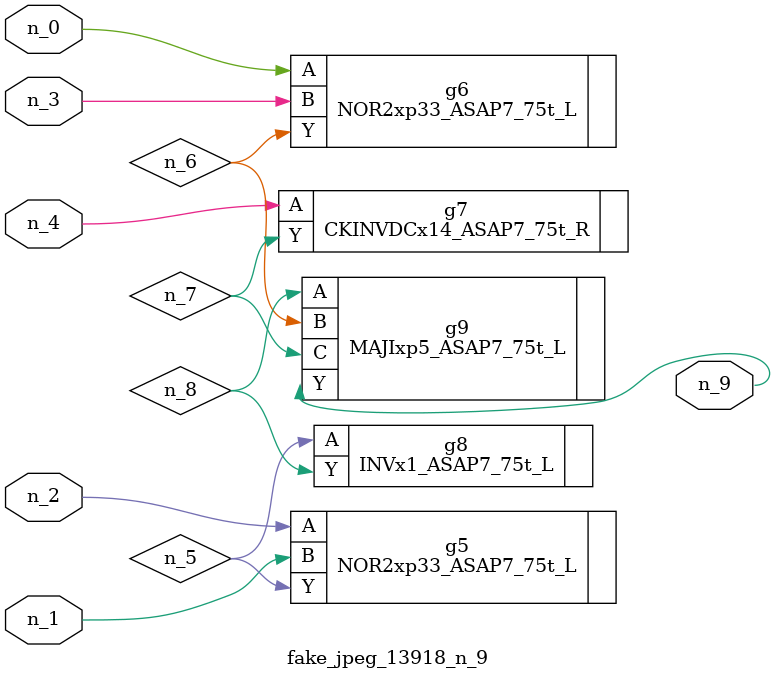
<source format=v>
module fake_jpeg_13918_n_9 (n_3, n_2, n_1, n_0, n_4, n_9);

input n_3;
input n_2;
input n_1;
input n_0;
input n_4;

output n_9;

wire n_8;
wire n_6;
wire n_5;
wire n_7;

NOR2xp33_ASAP7_75t_L g5 ( 
.A(n_2),
.B(n_1),
.Y(n_5)
);

NOR2xp33_ASAP7_75t_L g6 ( 
.A(n_0),
.B(n_3),
.Y(n_6)
);

CKINVDCx14_ASAP7_75t_R g7 ( 
.A(n_4),
.Y(n_7)
);

INVx1_ASAP7_75t_L g8 ( 
.A(n_5),
.Y(n_8)
);

MAJIxp5_ASAP7_75t_L g9 ( 
.A(n_8),
.B(n_6),
.C(n_7),
.Y(n_9)
);


endmodule
</source>
